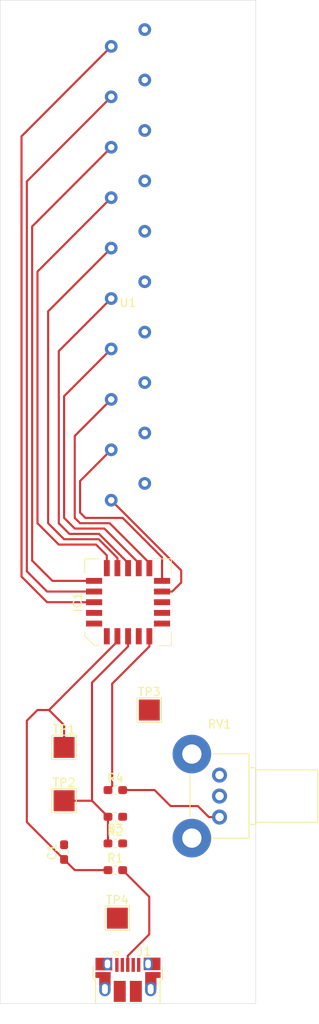
<source format=kicad_pcb>
(kicad_pcb (version 20171130) (host pcbnew "(5.1.0)-1")

  (general
    (thickness 1.6)
    (drawings 4)
    (tracks 82)
    (zones 0)
    (modules 13)
    (nets 23)
  )

  (page A4)
  (layers
    (0 F.Cu signal)
    (31 B.Cu signal)
    (32 B.Adhes user)
    (33 F.Adhes user)
    (34 B.Paste user)
    (35 F.Paste user)
    (36 B.SilkS user)
    (37 F.SilkS user)
    (38 B.Mask user)
    (39 F.Mask user)
    (40 Dwgs.User user)
    (41 Cmts.User user)
    (42 Eco1.User user)
    (43 Eco2.User user)
    (44 Edge.Cuts user)
    (45 Margin user)
    (46 B.CrtYd user)
    (47 F.CrtYd user)
    (48 B.Fab user)
    (49 F.Fab user)
  )

  (setup
    (last_trace_width 0.25)
    (trace_clearance 0.2)
    (zone_clearance 0.508)
    (zone_45_only no)
    (trace_min 0.2)
    (via_size 0.8)
    (via_drill 0.4)
    (via_min_size 0.6)
    (via_min_drill 0.3)
    (uvia_size 0.3)
    (uvia_drill 0.1)
    (uvias_allowed no)
    (uvia_min_size 0.2)
    (uvia_min_drill 0.1)
    (edge_width 0.05)
    (segment_width 0.2)
    (pcb_text_width 0.3)
    (pcb_text_size 1.5 1.5)
    (mod_edge_width 0.12)
    (mod_text_size 1 2)
    (mod_text_width 0.2)
    (pad_size 1.524 1.524)
    (pad_drill 0.762)
    (pad_to_mask_clearance 0.051)
    (solder_mask_min_width 0.25)
    (aux_axis_origin 0 0)
    (visible_elements FFFFFF7F)
    (pcbplotparams
      (layerselection 0x010fc_ffffffff)
      (usegerberextensions false)
      (usegerberattributes false)
      (usegerberadvancedattributes false)
      (creategerberjobfile false)
      (excludeedgelayer true)
      (linewidth 0.100000)
      (plotframeref false)
      (viasonmask false)
      (mode 1)
      (useauxorigin false)
      (hpglpennumber 1)
      (hpglpenspeed 20)
      (hpglpendiameter 15.000000)
      (psnegative false)
      (psa4output false)
      (plotreference true)
      (plotvalue true)
      (plotinvisibletext false)
      (padsonsilk false)
      (subtractmaskfromsilk false)
      (outputformat 1)
      (mirror false)
      (drillshape 1)
      (scaleselection 1)
      (outputdirectory ""))
  )

  (net 0 "")
  (net 1 GND)
  (net 2 "Net-(C1-Pad1)")
  (net 3 "Net-(IC1-Pad18)")
  (net 4 "Net-(IC1-Pad17)")
  (net 5 "Net-(IC1-Pad16)")
  (net 6 "Net-(IC1-Pad15)")
  (net 7 "Net-(IC1-Pad14)")
  (net 8 "Net-(IC1-Pad13)")
  (net 9 "Net-(IC1-Pad12)")
  (net 10 USB5V)
  (net 11 "Net-(IC1-Pad9)")
  (net 12 "Net-(IC1-Pad8)")
  (net 13 "Net-(IC1-Pad7)")
  (net 14 "Net-(IC1-Pad6)")
  (net 15 "Net-(IC1-Pad19)")
  (net 16 "Net-(IC1-Pad20)")
  (net 17 "Net-(IC1-Pad1)")
  (net 18 "Net-(J1-Pad4)")
  (net 19 "Net-(J1-Pad3)")
  (net 20 "Net-(J1-Pad2)")
  (net 21 "Net-(R4-Pad2)")
  (net 22 "Net-(RV1-Pad3)")

  (net_class Default "This is the default net class."
    (clearance 0.2)
    (trace_width 0.25)
    (via_dia 0.8)
    (via_drill 0.4)
    (uvia_dia 0.3)
    (uvia_drill 0.1)
    (add_net GND)
    (add_net "Net-(C1-Pad1)")
    (add_net "Net-(IC1-Pad1)")
    (add_net "Net-(IC1-Pad12)")
    (add_net "Net-(IC1-Pad13)")
    (add_net "Net-(IC1-Pad14)")
    (add_net "Net-(IC1-Pad15)")
    (add_net "Net-(IC1-Pad16)")
    (add_net "Net-(IC1-Pad17)")
    (add_net "Net-(IC1-Pad18)")
    (add_net "Net-(IC1-Pad19)")
    (add_net "Net-(IC1-Pad20)")
    (add_net "Net-(IC1-Pad6)")
    (add_net "Net-(IC1-Pad7)")
    (add_net "Net-(IC1-Pad8)")
    (add_net "Net-(IC1-Pad9)")
    (add_net "Net-(J1-Pad2)")
    (add_net "Net-(J1-Pad3)")
    (add_net "Net-(J1-Pad4)")
    (add_net "Net-(R4-Pad2)")
    (add_net "Net-(RV1-Pad3)")
  )

  (net_class Power ""
    (clearance 0.2)
    (trace_width 0.5)
    (via_dia 0.8)
    (via_drill 0.4)
    (uvia_dia 0.3)
    (uvia_drill 0.1)
    (add_net USB5V)
  )

  (module ledbar:led-bar-graph-10 (layer F.Cu) (tedit 5CB08E19) (tstamp 5CB20A48)
    (at 152.4 68.515)
    (path /5CB1C738)
    (fp_text reference U1 (at 0 0.5) (layer F.SilkS)
      (effects (font (size 1 1) (thickness 0.15)))
    )
    (fp_text value LED-Bar-Graph (at 0 -0.5) (layer F.Fab)
      (effects (font (size 1 1) (thickness 0.15)))
    )
    (pad 1 thru_hole circle (at -2 -30) (size 1.524 1.524) (drill 0.762) (layers *.Cu *.Mask)
      (net 17 "Net-(IC1-Pad1)"))
    (pad 2 thru_hole circle (at -2 -24) (size 1.524 1.524) (drill 0.762) (layers *.Cu *.Mask)
      (net 16 "Net-(IC1-Pad20)"))
    (pad 3 thru_hole circle (at -2 -18) (size 1.524 1.524) (drill 0.762) (layers *.Cu *.Mask)
      (net 15 "Net-(IC1-Pad19)"))
    (pad 4 thru_hole circle (at -2 -12) (size 1.524 1.524) (drill 0.762) (layers *.Cu *.Mask)
      (net 3 "Net-(IC1-Pad18)"))
    (pad 5 thru_hole circle (at -2 -6) (size 1.524 1.524) (drill 0.762) (layers *.Cu *.Mask)
      (net 4 "Net-(IC1-Pad17)"))
    (pad 6 thru_hole circle (at -2 0) (size 1.524 1.524) (drill 0.762) (layers *.Cu *.Mask)
      (net 5 "Net-(IC1-Pad16)"))
    (pad 7 thru_hole circle (at -2 6) (size 1.524 1.524) (drill 0.762) (layers *.Cu *.Mask)
      (net 6 "Net-(IC1-Pad15)"))
    (pad 8 thru_hole circle (at -2 12) (size 1.524 1.524) (drill 0.762) (layers *.Cu *.Mask)
      (net 7 "Net-(IC1-Pad14)"))
    (pad 9 thru_hole circle (at -2 18) (size 1.524 1.524) (drill 0.762) (layers *.Cu *.Mask)
      (net 8 "Net-(IC1-Pad13)"))
    (pad 10 thru_hole circle (at -2 24) (size 1.524 1.524) (drill 0.762) (layers *.Cu *.Mask)
      (net 9 "Net-(IC1-Pad12)"))
    (pad 11 thru_hole circle (at 2 22) (size 1.524 1.524) (drill 0.762) (layers *.Cu *.Mask)
      (net 10 USB5V))
    (pad 12 thru_hole circle (at 2 16) (size 1.524 1.524) (drill 0.762) (layers *.Cu *.Mask)
      (net 10 USB5V))
    (pad 13 thru_hole circle (at 2 10) (size 1.524 1.524) (drill 0.762) (layers *.Cu *.Mask)
      (net 10 USB5V))
    (pad 14 thru_hole circle (at 2 4) (size 1.524 1.524) (drill 0.762) (layers *.Cu *.Mask)
      (net 10 USB5V))
    (pad 15 thru_hole circle (at 2 -2) (size 1.524 1.524) (drill 0.762) (layers *.Cu *.Mask)
      (net 10 USB5V))
    (pad 16 thru_hole circle (at 2 -8) (size 1.524 1.524) (drill 0.762) (layers *.Cu *.Mask)
      (net 10 USB5V))
    (pad 17 thru_hole circle (at 2 -14) (size 1.524 1.524) (drill 0.762) (layers *.Cu *.Mask)
      (net 10 USB5V))
    (pad 18 thru_hole circle (at 2 -20) (size 1.524 1.524) (drill 0.762) (layers *.Cu *.Mask)
      (net 10 USB5V))
    (pad 19 thru_hole circle (at 2 -26) (size 1.524 1.524) (drill 0.762) (layers *.Cu *.Mask)
      (net 10 USB5V))
    (pad 20 thru_hole circle (at 2 -32) (size 1.524 1.524) (drill 0.762) (layers *.Cu *.Mask)
      (net 10 USB5V))
  )

  (module TestPoint:TestPoint_Pad_2.5x2.5mm (layer F.Cu) (tedit 5A0F774F) (tstamp 5CB20A30)
    (at 151.13 142.24)
    (descr "SMD rectangular pad as test Point, square 2.5mm side length")
    (tags "test point SMD pad rectangle square")
    (path /5CB4BC5D)
    (attr virtual)
    (fp_text reference TP4 (at 0 -2.148) (layer F.SilkS)
      (effects (font (size 1 1) (thickness 0.15)))
    )
    (fp_text value TestPoint (at 0 2.25) (layer F.Fab)
      (effects (font (size 1 1) (thickness 0.15)))
    )
    (fp_line (start 1.75 1.75) (end -1.75 1.75) (layer F.CrtYd) (width 0.05))
    (fp_line (start 1.75 1.75) (end 1.75 -1.75) (layer F.CrtYd) (width 0.05))
    (fp_line (start -1.75 -1.75) (end -1.75 1.75) (layer F.CrtYd) (width 0.05))
    (fp_line (start -1.75 -1.75) (end 1.75 -1.75) (layer F.CrtYd) (width 0.05))
    (fp_line (start -1.45 1.45) (end -1.45 -1.45) (layer F.SilkS) (width 0.12))
    (fp_line (start 1.45 1.45) (end -1.45 1.45) (layer F.SilkS) (width 0.12))
    (fp_line (start 1.45 -1.45) (end 1.45 1.45) (layer F.SilkS) (width 0.12))
    (fp_line (start -1.45 -1.45) (end 1.45 -1.45) (layer F.SilkS) (width 0.12))
    (fp_text user %R (at 0 -2.15) (layer F.Fab)
      (effects (font (size 1 1) (thickness 0.15)))
    )
    (pad 1 smd rect (at 0 0) (size 2.5 2.5) (layers F.Cu F.Mask)
      (net 10 USB5V))
  )

  (module TestPoint:TestPoint_Pad_2.5x2.5mm (layer F.Cu) (tedit 5A0F774F) (tstamp 5CB20A22)
    (at 154.94 117.475)
    (descr "SMD rectangular pad as test Point, square 2.5mm side length")
    (tags "test point SMD pad rectangle square")
    (path /5CB49DEB)
    (attr virtual)
    (fp_text reference TP3 (at 0 -2.148) (layer F.SilkS)
      (effects (font (size 1 1) (thickness 0.15)))
    )
    (fp_text value TestPoint (at 0 2.25) (layer F.Fab)
      (effects (font (size 1 1) (thickness 0.15)))
    )
    (fp_line (start 1.75 1.75) (end -1.75 1.75) (layer F.CrtYd) (width 0.05))
    (fp_line (start 1.75 1.75) (end 1.75 -1.75) (layer F.CrtYd) (width 0.05))
    (fp_line (start -1.75 -1.75) (end -1.75 1.75) (layer F.CrtYd) (width 0.05))
    (fp_line (start -1.75 -1.75) (end 1.75 -1.75) (layer F.CrtYd) (width 0.05))
    (fp_line (start -1.45 1.45) (end -1.45 -1.45) (layer F.SilkS) (width 0.12))
    (fp_line (start 1.45 1.45) (end -1.45 1.45) (layer F.SilkS) (width 0.12))
    (fp_line (start 1.45 -1.45) (end 1.45 1.45) (layer F.SilkS) (width 0.12))
    (fp_line (start -1.45 -1.45) (end 1.45 -1.45) (layer F.SilkS) (width 0.12))
    (fp_text user %R (at 0 -2.15) (layer F.Fab)
      (effects (font (size 1 1) (thickness 0.15)))
    )
    (pad 1 smd rect (at 0 0) (size 2.5 2.5) (layers F.Cu F.Mask)
      (net 1 GND))
  )

  (module TestPoint:TestPoint_Pad_2.5x2.5mm (layer F.Cu) (tedit 5A0F774F) (tstamp 5CB20A14)
    (at 144.78 128.27)
    (descr "SMD rectangular pad as test Point, square 2.5mm side length")
    (tags "test point SMD pad rectangle square")
    (path /5CB4A9C4)
    (attr virtual)
    (fp_text reference TP2 (at 0 -2.148) (layer F.SilkS)
      (effects (font (size 1 1) (thickness 0.15)))
    )
    (fp_text value TestPoint (at 0 2.25) (layer F.Fab)
      (effects (font (size 1 1) (thickness 0.15)))
    )
    (fp_line (start 1.75 1.75) (end -1.75 1.75) (layer F.CrtYd) (width 0.05))
    (fp_line (start 1.75 1.75) (end 1.75 -1.75) (layer F.CrtYd) (width 0.05))
    (fp_line (start -1.75 -1.75) (end -1.75 1.75) (layer F.CrtYd) (width 0.05))
    (fp_line (start -1.75 -1.75) (end 1.75 -1.75) (layer F.CrtYd) (width 0.05))
    (fp_line (start -1.45 1.45) (end -1.45 -1.45) (layer F.SilkS) (width 0.12))
    (fp_line (start 1.45 1.45) (end -1.45 1.45) (layer F.SilkS) (width 0.12))
    (fp_line (start 1.45 -1.45) (end 1.45 1.45) (layer F.SilkS) (width 0.12))
    (fp_line (start -1.45 -1.45) (end 1.45 -1.45) (layer F.SilkS) (width 0.12))
    (fp_text user %R (at 0 -2.15) (layer F.Fab)
      (effects (font (size 1 1) (thickness 0.15)))
    )
    (pad 1 smd rect (at 0 0) (size 2.5 2.5) (layers F.Cu F.Mask)
      (net 14 "Net-(IC1-Pad6)"))
  )

  (module TestPoint:TestPoint_Pad_2.5x2.5mm (layer F.Cu) (tedit 5A0F774F) (tstamp 5CB20A06)
    (at 144.78 121.92)
    (descr "SMD rectangular pad as test Point, square 2.5mm side length")
    (tags "test point SMD pad rectangle square")
    (path /5CB49173)
    (attr virtual)
    (fp_text reference TP1 (at 0 -2.148) (layer F.SilkS)
      (effects (font (size 1 1) (thickness 0.15)))
    )
    (fp_text value TestPoint (at 0 2.25) (layer F.Fab)
      (effects (font (size 1 1) (thickness 0.15)))
    )
    (fp_line (start 1.75 1.75) (end -1.75 1.75) (layer F.CrtYd) (width 0.05))
    (fp_line (start 1.75 1.75) (end 1.75 -1.75) (layer F.CrtYd) (width 0.05))
    (fp_line (start -1.75 -1.75) (end -1.75 1.75) (layer F.CrtYd) (width 0.05))
    (fp_line (start -1.75 -1.75) (end 1.75 -1.75) (layer F.CrtYd) (width 0.05))
    (fp_line (start -1.45 1.45) (end -1.45 -1.45) (layer F.SilkS) (width 0.12))
    (fp_line (start 1.45 1.45) (end -1.45 1.45) (layer F.SilkS) (width 0.12))
    (fp_line (start 1.45 -1.45) (end 1.45 1.45) (layer F.SilkS) (width 0.12))
    (fp_line (start -1.45 -1.45) (end 1.45 -1.45) (layer F.SilkS) (width 0.12))
    (fp_text user %R (at 0 -2.15) (layer F.Fab)
      (effects (font (size 1 1) (thickness 0.15)))
    )
    (pad 1 smd rect (at 0 0) (size 2.5 2.5) (layers F.Cu F.Mask)
      (net 2 "Net-(C1-Pad1)"))
  )

  (module Potentiometer_THT:Potentiometer_Alps_RK09K_Single_Horizontal (layer F.Cu) (tedit 5A3D4993) (tstamp 5CB209F8)
    (at 163.32 130.215)
    (descr "Potentiometer, horizontal, Alps RK09K Single, http://www.alps.com/prod/info/E/HTML/Potentiometer/RotaryPotentiometers/RK09K/RK09K_list.html")
    (tags "Potentiometer horizontal Alps RK09K Single")
    (path /5CB3E8E2)
    (fp_text reference RV1 (at 0 -11.05) (layer F.SilkS)
      (effects (font (size 1 1) (thickness 0.15)))
    )
    (fp_text value R_POT (at 0 6.05) (layer F.Fab)
      (effects (font (size 1 1) (thickness 0.15)))
    )
    (fp_line (start -3.4 -7.4) (end -3.4 2.4) (layer F.Fab) (width 0.1))
    (fp_line (start -3.4 2.4) (end 3.4 2.4) (layer F.Fab) (width 0.1))
    (fp_line (start 3.4 2.4) (end 3.4 -7.4) (layer F.Fab) (width 0.1))
    (fp_line (start 3.4 -7.4) (end -3.4 -7.4) (layer F.Fab) (width 0.1))
    (fp_line (start 3.4 -5.75) (end 3.4 0.75) (layer F.Fab) (width 0.1))
    (fp_line (start 3.4 0.75) (end 4.2 0.75) (layer F.Fab) (width 0.1))
    (fp_line (start 4.2 0.75) (end 4.2 -5.75) (layer F.Fab) (width 0.1))
    (fp_line (start 4.2 -5.75) (end 3.4 -5.75) (layer F.Fab) (width 0.1))
    (fp_line (start 4.2 -5.5) (end 4.2 0.5) (layer F.Fab) (width 0.1))
    (fp_line (start 4.2 0.5) (end 11.6 0.5) (layer F.Fab) (width 0.1))
    (fp_line (start 11.6 0.5) (end 11.6 -5.5) (layer F.Fab) (width 0.1))
    (fp_line (start 11.6 -5.5) (end 4.2 -5.5) (layer F.Fab) (width 0.1))
    (fp_line (start -0.745 -7.521) (end 3.52 -7.521) (layer F.SilkS) (width 0.12))
    (fp_line (start -0.745 2.52) (end 3.52 2.52) (layer F.SilkS) (width 0.12))
    (fp_line (start -3.52 -4.944) (end -3.52 -0.055) (layer F.SilkS) (width 0.12))
    (fp_line (start 3.52 -7.521) (end 3.52 2.52) (layer F.SilkS) (width 0.12))
    (fp_line (start 3.52 -5.87) (end 4.32 -5.87) (layer F.SilkS) (width 0.12))
    (fp_line (start 3.52 0.87) (end 4.32 0.87) (layer F.SilkS) (width 0.12))
    (fp_line (start 3.52 -5.87) (end 3.52 0.87) (layer F.SilkS) (width 0.12))
    (fp_line (start 4.32 -5.87) (end 4.32 0.87) (layer F.SilkS) (width 0.12))
    (fp_line (start 4.32 -5.62) (end 11.72 -5.62) (layer F.SilkS) (width 0.12))
    (fp_line (start 4.32 0.62) (end 11.72 0.62) (layer F.SilkS) (width 0.12))
    (fp_line (start 4.32 -5.62) (end 4.32 0.62) (layer F.SilkS) (width 0.12))
    (fp_line (start 11.72 -5.62) (end 11.72 0.62) (layer F.SilkS) (width 0.12))
    (fp_line (start -5.85 -10.05) (end -5.85 5.1) (layer F.CrtYd) (width 0.05))
    (fp_line (start -5.85 5.1) (end 11.85 5.1) (layer F.CrtYd) (width 0.05))
    (fp_line (start 11.85 5.1) (end 11.85 -10.05) (layer F.CrtYd) (width 0.05))
    (fp_line (start 11.85 -10.05) (end -5.85 -10.05) (layer F.CrtYd) (width 0.05))
    (fp_text user %R (at 0 -2.5) (layer F.Fab)
      (effects (font (size 1 1) (thickness 0.15)))
    )
    (pad 3 thru_hole circle (at 0 -5) (size 1.8 1.8) (drill 1) (layers *.Cu *.Mask)
      (net 22 "Net-(RV1-Pad3)"))
    (pad 2 thru_hole circle (at 0 -2.5) (size 1.8 1.8) (drill 1) (layers *.Cu *.Mask)
      (net 1 GND))
    (pad 1 thru_hole circle (at 0 0) (size 1.8 1.8) (drill 1) (layers *.Cu *.Mask)
      (net 21 "Net-(R4-Pad2)"))
    (pad "" thru_hole circle (at -3.3 -7.5) (size 4.6 4.6) (drill 2.3) (layers *.Cu *.Mask))
    (pad "" thru_hole circle (at -3.3 2.5) (size 4.6 4.6) (drill 2.3) (layers *.Cu *.Mask))
    (model ${KISYS3DMOD}/Potentiometer_THT.3dshapes/Potentiometer_Alps_RK09K_Single_Horizontal.wrl
      (at (xyz 0 0 0))
      (scale (xyz 1 1 1))
      (rotate (xyz 0 0 0))
    )
  )

  (module Resistor_SMD:R_0603_1608Metric_Pad1.05x0.95mm_HandSolder (layer F.Cu) (tedit 5B301BBD) (tstamp 5CB209D2)
    (at 150.89 127)
    (descr "Resistor SMD 0603 (1608 Metric), square (rectangular) end terminal, IPC_7351 nominal with elongated pad for handsoldering. (Body size source: http://www.tortai-tech.com/upload/download/2011102023233369053.pdf), generated with kicad-footprint-generator")
    (tags "resistor handsolder")
    (path /5CB44C34)
    (attr smd)
    (fp_text reference R4 (at 0 -1.43) (layer F.SilkS)
      (effects (font (size 1 1) (thickness 0.15)))
    )
    (fp_text value 1.6k (at 0 1.43) (layer F.Fab)
      (effects (font (size 1 1) (thickness 0.15)))
    )
    (fp_text user %R (at 0 0) (layer F.Fab)
      (effects (font (size 0.4 0.4) (thickness 0.06)))
    )
    (fp_line (start 1.65 0.73) (end -1.65 0.73) (layer F.CrtYd) (width 0.05))
    (fp_line (start 1.65 -0.73) (end 1.65 0.73) (layer F.CrtYd) (width 0.05))
    (fp_line (start -1.65 -0.73) (end 1.65 -0.73) (layer F.CrtYd) (width 0.05))
    (fp_line (start -1.65 0.73) (end -1.65 -0.73) (layer F.CrtYd) (width 0.05))
    (fp_line (start -0.171267 0.51) (end 0.171267 0.51) (layer F.SilkS) (width 0.12))
    (fp_line (start -0.171267 -0.51) (end 0.171267 -0.51) (layer F.SilkS) (width 0.12))
    (fp_line (start 0.8 0.4) (end -0.8 0.4) (layer F.Fab) (width 0.1))
    (fp_line (start 0.8 -0.4) (end 0.8 0.4) (layer F.Fab) (width 0.1))
    (fp_line (start -0.8 -0.4) (end 0.8 -0.4) (layer F.Fab) (width 0.1))
    (fp_line (start -0.8 0.4) (end -0.8 -0.4) (layer F.Fab) (width 0.1))
    (pad 2 smd roundrect (at 0.875 0) (size 1.05 0.95) (layers F.Cu F.Paste F.Mask) (roundrect_rratio 0.25)
      (net 21 "Net-(R4-Pad2)"))
    (pad 1 smd roundrect (at -0.875 0) (size 1.05 0.95) (layers F.Cu F.Paste F.Mask) (roundrect_rratio 0.25)
      (net 12 "Net-(IC1-Pad8)"))
    (model ${KISYS3DMOD}/Resistor_SMD.3dshapes/R_0603_1608Metric.wrl
      (at (xyz 0 0 0))
      (scale (xyz 1 1 1))
      (rotate (xyz 0 0 0))
    )
  )

  (module Resistor_SMD:R_0603_1608Metric_Pad1.05x0.95mm_HandSolder (layer F.Cu) (tedit 5B301BBD) (tstamp 5CB209C1)
    (at 150.89 130.175 180)
    (descr "Resistor SMD 0603 (1608 Metric), square (rectangular) end terminal, IPC_7351 nominal with elongated pad for handsoldering. (Body size source: http://www.tortai-tech.com/upload/download/2011102023233369053.pdf), generated with kicad-footprint-generator")
    (tags "resistor handsolder")
    (path /5CB207DE)
    (attr smd)
    (fp_text reference R3 (at 0 -1.43 180) (layer F.SilkS)
      (effects (font (size 1 1) (thickness 0.15)))
    )
    (fp_text value 16k (at 0 1.43 180) (layer F.Fab)
      (effects (font (size 1 1) (thickness 0.15)))
    )
    (fp_text user %R (at 0 0 180) (layer F.Fab)
      (effects (font (size 0.4 0.4) (thickness 0.06)))
    )
    (fp_line (start 1.65 0.73) (end -1.65 0.73) (layer F.CrtYd) (width 0.05))
    (fp_line (start 1.65 -0.73) (end 1.65 0.73) (layer F.CrtYd) (width 0.05))
    (fp_line (start -1.65 -0.73) (end 1.65 -0.73) (layer F.CrtYd) (width 0.05))
    (fp_line (start -1.65 0.73) (end -1.65 -0.73) (layer F.CrtYd) (width 0.05))
    (fp_line (start -0.171267 0.51) (end 0.171267 0.51) (layer F.SilkS) (width 0.12))
    (fp_line (start -0.171267 -0.51) (end 0.171267 -0.51) (layer F.SilkS) (width 0.12))
    (fp_line (start 0.8 0.4) (end -0.8 0.4) (layer F.Fab) (width 0.1))
    (fp_line (start 0.8 -0.4) (end 0.8 0.4) (layer F.Fab) (width 0.1))
    (fp_line (start -0.8 -0.4) (end 0.8 -0.4) (layer F.Fab) (width 0.1))
    (fp_line (start -0.8 0.4) (end -0.8 -0.4) (layer F.Fab) (width 0.1))
    (pad 2 smd roundrect (at 0.875 0 180) (size 1.05 0.95) (layers F.Cu F.Paste F.Mask) (roundrect_rratio 0.25)
      (net 14 "Net-(IC1-Pad6)"))
    (pad 1 smd roundrect (at -0.875 0 180) (size 1.05 0.95) (layers F.Cu F.Paste F.Mask) (roundrect_rratio 0.25)
      (net 1 GND))
    (model ${KISYS3DMOD}/Resistor_SMD.3dshapes/R_0603_1608Metric.wrl
      (at (xyz 0 0 0))
      (scale (xyz 1 1 1))
      (rotate (xyz 0 0 0))
    )
  )

  (module Resistor_SMD:R_0603_1608Metric_Pad1.05x0.95mm_HandSolder (layer F.Cu) (tedit 5B301BBD) (tstamp 5CB209B0)
    (at 150.89 133.35)
    (descr "Resistor SMD 0603 (1608 Metric), square (rectangular) end terminal, IPC_7351 nominal with elongated pad for handsoldering. (Body size source: http://www.tortai-tech.com/upload/download/2011102023233369053.pdf), generated with kicad-footprint-generator")
    (tags "resistor handsolder")
    (path /5CB1FF5B)
    (attr smd)
    (fp_text reference R2 (at 0 -1.43) (layer F.SilkS)
      (effects (font (size 1 1) (thickness 0.15)))
    )
    (fp_text value 10k (at 0 1.43) (layer F.Fab)
      (effects (font (size 1 1) (thickness 0.15)))
    )
    (fp_text user %R (at 0 0) (layer F.Fab)
      (effects (font (size 0.4 0.4) (thickness 0.06)))
    )
    (fp_line (start 1.65 0.73) (end -1.65 0.73) (layer F.CrtYd) (width 0.05))
    (fp_line (start 1.65 -0.73) (end 1.65 0.73) (layer F.CrtYd) (width 0.05))
    (fp_line (start -1.65 -0.73) (end 1.65 -0.73) (layer F.CrtYd) (width 0.05))
    (fp_line (start -1.65 0.73) (end -1.65 -0.73) (layer F.CrtYd) (width 0.05))
    (fp_line (start -0.171267 0.51) (end 0.171267 0.51) (layer F.SilkS) (width 0.12))
    (fp_line (start -0.171267 -0.51) (end 0.171267 -0.51) (layer F.SilkS) (width 0.12))
    (fp_line (start 0.8 0.4) (end -0.8 0.4) (layer F.Fab) (width 0.1))
    (fp_line (start 0.8 -0.4) (end 0.8 0.4) (layer F.Fab) (width 0.1))
    (fp_line (start -0.8 -0.4) (end 0.8 -0.4) (layer F.Fab) (width 0.1))
    (fp_line (start -0.8 0.4) (end -0.8 -0.4) (layer F.Fab) (width 0.1))
    (pad 2 smd roundrect (at 0.875 0) (size 1.05 0.95) (layers F.Cu F.Paste F.Mask) (roundrect_rratio 0.25)
      (net 10 USB5V))
    (pad 1 smd roundrect (at -0.875 0) (size 1.05 0.95) (layers F.Cu F.Paste F.Mask) (roundrect_rratio 0.25)
      (net 14 "Net-(IC1-Pad6)"))
    (model ${KISYS3DMOD}/Resistor_SMD.3dshapes/R_0603_1608Metric.wrl
      (at (xyz 0 0 0))
      (scale (xyz 1 1 1))
      (rotate (xyz 0 0 0))
    )
  )

  (module Resistor_SMD:R_0603_1608Metric_Pad1.05x0.95mm_HandSolder (layer F.Cu) (tedit 5B301BBD) (tstamp 5CB2099F)
    (at 150.89 136.525)
    (descr "Resistor SMD 0603 (1608 Metric), square (rectangular) end terminal, IPC_7351 nominal with elongated pad for handsoldering. (Body size source: http://www.tortai-tech.com/upload/download/2011102023233369053.pdf), generated with kicad-footprint-generator")
    (tags "resistor handsolder")
    (path /5CB26FC5)
    (attr smd)
    (fp_text reference R1 (at 0 -1.43) (layer F.SilkS)
      (effects (font (size 1 1) (thickness 0.15)))
    )
    (fp_text value 10k (at 0 1.43) (layer F.Fab)
      (effects (font (size 1 1) (thickness 0.15)))
    )
    (fp_text user %R (at 0 0) (layer F.Fab)
      (effects (font (size 0.4 0.4) (thickness 0.06)))
    )
    (fp_line (start 1.65 0.73) (end -1.65 0.73) (layer F.CrtYd) (width 0.05))
    (fp_line (start 1.65 -0.73) (end 1.65 0.73) (layer F.CrtYd) (width 0.05))
    (fp_line (start -1.65 -0.73) (end 1.65 -0.73) (layer F.CrtYd) (width 0.05))
    (fp_line (start -1.65 0.73) (end -1.65 -0.73) (layer F.CrtYd) (width 0.05))
    (fp_line (start -0.171267 0.51) (end 0.171267 0.51) (layer F.SilkS) (width 0.12))
    (fp_line (start -0.171267 -0.51) (end 0.171267 -0.51) (layer F.SilkS) (width 0.12))
    (fp_line (start 0.8 0.4) (end -0.8 0.4) (layer F.Fab) (width 0.1))
    (fp_line (start 0.8 -0.4) (end 0.8 0.4) (layer F.Fab) (width 0.1))
    (fp_line (start -0.8 -0.4) (end 0.8 -0.4) (layer F.Fab) (width 0.1))
    (fp_line (start -0.8 0.4) (end -0.8 -0.4) (layer F.Fab) (width 0.1))
    (pad 2 smd roundrect (at 0.875 0) (size 1.05 0.95) (layers F.Cu F.Paste F.Mask) (roundrect_rratio 0.25)
      (net 19 "Net-(J1-Pad3)"))
    (pad 1 smd roundrect (at -0.875 0) (size 1.05 0.95) (layers F.Cu F.Paste F.Mask) (roundrect_rratio 0.25)
      (net 2 "Net-(C1-Pad1)"))
    (model ${KISYS3DMOD}/Resistor_SMD.3dshapes/R_0603_1608Metric.wrl
      (at (xyz 0 0 0))
      (scale (xyz 1 1 1))
      (rotate (xyz 0 0 0))
    )
  )

  (module Connector_USB:USB_Micro-B_Amphenol_10103594-0001LF_Horizontal (layer F.Cu) (tedit 5A1DC0BD) (tstamp 5CB2098E)
    (at 152.4 149.5679)
    (descr "Micro USB Type B 10103594-0001LF, http://cdn.amphenol-icc.com/media/wysiwyg/files/drawing/10103594.pdf")
    (tags "USB USB_B USB_micro USB_OTG")
    (path /5CB1A6C7)
    (attr smd)
    (fp_text reference J1 (at 1.925 -3.365) (layer F.SilkS)
      (effects (font (size 1 1) (thickness 0.15)))
    )
    (fp_text value USB_B_Micro (at -0.025 4.435) (layer F.Fab)
      (effects (font (size 1 1) (thickness 0.15)))
    )
    (fp_line (start 4.14 3.58) (end -4.13 3.58) (layer F.CrtYd) (width 0.05))
    (fp_line (start 4.14 3.58) (end 4.14 -2.88) (layer F.CrtYd) (width 0.05))
    (fp_line (start -4.13 -2.88) (end -4.13 3.58) (layer F.CrtYd) (width 0.05))
    (fp_line (start -4.13 -2.88) (end 4.14 -2.88) (layer F.CrtYd) (width 0.05))
    (fp_line (start -4.025 2.835) (end 3.975 2.835) (layer Dwgs.User) (width 0.1))
    (fp_line (start -3.775 3.335) (end -3.775 -0.865) (layer F.Fab) (width 0.12))
    (fp_line (start -2.975 -1.615) (end 3.725 -1.615) (layer F.Fab) (width 0.12))
    (fp_line (start 3.725 -1.615) (end 3.725 3.335) (layer F.Fab) (width 0.12))
    (fp_line (start 3.725 3.335) (end -3.775 3.335) (layer F.Fab) (width 0.12))
    (fp_line (start -3.775 -0.865) (end -2.975 -1.615) (layer F.Fab) (width 0.12))
    (fp_line (start -1.325 -2.865) (end -1.725 -3.315) (layer F.SilkS) (width 0.12))
    (fp_line (start -1.725 -3.315) (end -0.925 -3.315) (layer F.SilkS) (width 0.12))
    (fp_line (start -0.925 -3.315) (end -1.325 -2.865) (layer F.SilkS) (width 0.12))
    (fp_line (start 3.825 2.735) (end 3.825 -0.065) (layer F.SilkS) (width 0.12))
    (fp_line (start 3.825 -0.065) (end 4.125 -0.065) (layer F.SilkS) (width 0.12))
    (fp_line (start 4.125 -0.065) (end 4.125 -1.615) (layer F.SilkS) (width 0.12))
    (fp_line (start -3.875 2.735) (end -3.875 -0.065) (layer F.SilkS) (width 0.12))
    (fp_line (start -4.175 -0.065) (end -3.875 -0.065) (layer F.SilkS) (width 0.12))
    (fp_line (start -4.175 -0.065) (end -4.175 -1.615) (layer F.SilkS) (width 0.12))
    (fp_text user %R (at -0.025 -0.015) (layer F.Fab)
      (effects (font (size 1 1) (thickness 0.15)))
    )
    (fp_text user "PCB edge" (at -0.025 2.235) (layer Dwgs.User)
      (effects (font (size 0.5 0.5) (thickness 0.075)))
    )
    (pad 6 smd rect (at 0.935 1.385 90) (size 2.5 1.43) (layers F.Cu F.Paste F.Mask)
      (net 1 GND))
    (pad 6 smd rect (at -0.985 1.385 90) (size 2.5 1.43) (layers F.Cu F.Paste F.Mask)
      (net 1 GND))
    (pad 6 thru_hole oval (at 2.705 1.115 90) (size 1.7 1.35) (drill oval 1.2 0.7) (layers *.Cu *.Mask)
      (net 1 GND))
    (pad 6 thru_hole oval (at -2.755 1.115 90) (size 1.7 1.35) (drill oval 1.2 0.7) (layers *.Cu *.Mask)
      (net 1 GND))
    (pad 6 thru_hole oval (at 2.395 -1.885 90) (size 1.5 1.1) (drill oval 1.05 0.65) (layers *.Cu *.Mask)
      (net 1 GND))
    (pad 6 thru_hole oval (at -2.445 -1.885 90) (size 1.5 1.1) (drill oval 1.05 0.65) (layers *.Cu *.Mask)
      (net 1 GND))
    (pad 5 smd rect (at 1.275 -1.765 90) (size 1.65 0.4) (layers F.Cu F.Paste F.Mask)
      (net 1 GND))
    (pad 4 smd rect (at 0.625 -1.765 90) (size 1.65 0.4) (layers F.Cu F.Paste F.Mask)
      (net 18 "Net-(J1-Pad4)"))
    (pad 3 smd rect (at -0.025 -1.765 90) (size 1.65 0.4) (layers F.Cu F.Paste F.Mask)
      (net 19 "Net-(J1-Pad3)"))
    (pad 2 smd rect (at -0.675 -1.765 90) (size 1.65 0.4) (layers F.Cu F.Paste F.Mask)
      (net 20 "Net-(J1-Pad2)"))
    (pad 1 smd rect (at -1.325 -1.765 90) (size 1.65 0.4) (layers F.Cu F.Paste F.Mask)
      (net 10 USB5V))
    (pad 6 smd rect (at 2.875 -1.885) (size 2 1.5) (layers F.Cu F.Paste F.Mask)
      (net 1 GND))
    (pad 6 smd rect (at -2.875 -1.865) (size 2 1.5) (layers F.Cu F.Paste F.Mask)
      (net 1 GND))
    (pad 6 smd rect (at 2.975 -0.565) (size 1.825 0.7) (layers F.Cu F.Paste F.Mask)
      (net 1 GND))
    (pad 6 smd rect (at -2.975 -0.565) (size 1.825 0.7) (layers F.Cu F.Paste F.Mask)
      (net 1 GND))
    (pad 6 smd rect (at -2.755 0.185) (size 1.35 2) (layers F.Cu F.Paste F.Mask)
      (net 1 GND))
    (pad 6 smd rect (at 2.725 0.185) (size 1.35 2) (layers F.Cu F.Paste F.Mask)
      (net 1 GND))
    (model ${KISYS3DMOD}/Connector_USB.3dshapes/USB_Micro-B_Amphenol_10103594-0001LF_Horizontal.wrl
      (at (xyz 0 0 0))
      (scale (xyz 1 1 1))
      (rotate (xyz 0 0 0))
    )
  )

  (module Package_LCC:PLCC-20 (layer F.Cu) (tedit 5A02ECC8) (tstamp 5CB20964)
    (at 152.4115 104.648 90)
    (descr "PLCC, 20 pins, surface mount")
    (tags "plcc smt")
    (path /5CB1B129)
    (attr smd)
    (fp_text reference IC1 (at 0 -6.015 90) (layer F.SilkS)
      (effects (font (size 1 1) (thickness 0.15)))
    )
    (fp_text value LM3914VX_NOPB (at 0 6.015 90) (layer F.Fab)
      (effects (font (size 1 1) (thickness 0.15)))
    )
    (fp_text user %R (at 0 0 90) (layer F.Fab)
      (effects (font (size 1 1) (thickness 0.15)))
    )
    (fp_line (start 5.165 5.165) (end 5.165 3.515) (layer F.SilkS) (width 0.1))
    (fp_line (start 3.515 5.165) (end 5.165 5.165) (layer F.SilkS) (width 0.1))
    (fp_line (start -5.165 5.165) (end -5.165 3.515) (layer F.SilkS) (width 0.1))
    (fp_line (start -3.515 5.165) (end -5.165 5.165) (layer F.SilkS) (width 0.1))
    (fp_line (start 5.165 -5.165) (end 5.165 -3.515) (layer F.SilkS) (width 0.1))
    (fp_line (start 3.515 -5.165) (end 5.165 -5.165) (layer F.SilkS) (width 0.1))
    (fp_line (start -5.165 -4.015) (end -5.165 -3.515) (layer F.SilkS) (width 0.1))
    (fp_line (start -4.015 -5.165) (end -5.165 -4.015) (layer F.SilkS) (width 0.1))
    (fp_line (start -3.515 -5.165) (end -4.015 -5.165) (layer F.SilkS) (width 0.1))
    (fp_line (start 0 -4.015) (end 0.5 -5.015) (layer F.Fab) (width 0.1))
    (fp_line (start -0.5 -5.015) (end 0 -4.015) (layer F.Fab) (width 0.1))
    (fp_line (start 5.5 -5.5) (end -5.5 -5.5) (layer F.CrtYd) (width 0.05))
    (fp_line (start 5.5 5.5) (end 5.5 -5.5) (layer F.CrtYd) (width 0.05))
    (fp_line (start -5.5 5.5) (end 5.5 5.5) (layer F.CrtYd) (width 0.05))
    (fp_line (start -5.5 -5.5) (end -5.5 5.5) (layer F.CrtYd) (width 0.05))
    (fp_line (start 5.015 -5.015) (end -4.015 -5.015) (layer F.Fab) (width 0.1))
    (fp_line (start 5.015 5.015) (end 5.015 -5.015) (layer F.Fab) (width 0.1))
    (fp_line (start -5.015 5.015) (end 5.015 5.015) (layer F.Fab) (width 0.1))
    (fp_line (start -5.015 -4.015) (end -5.015 5.015) (layer F.Fab) (width 0.1))
    (fp_line (start -4.015 -5.015) (end -5.015 -4.015) (layer F.Fab) (width 0.1))
    (pad 18 smd rect (at 4.0525 -2.54 90) (size 1.925 0.7) (layers F.Cu F.Paste F.Mask)
      (net 3 "Net-(IC1-Pad18)"))
    (pad 17 smd rect (at 4.0525 -1.27 90) (size 1.925 0.7) (layers F.Cu F.Paste F.Mask)
      (net 4 "Net-(IC1-Pad17)"))
    (pad 16 smd rect (at 4.0525 0 90) (size 1.925 0.7) (layers F.Cu F.Paste F.Mask)
      (net 5 "Net-(IC1-Pad16)"))
    (pad 15 smd rect (at 4.0525 1.27 90) (size 1.925 0.7) (layers F.Cu F.Paste F.Mask)
      (net 6 "Net-(IC1-Pad15)"))
    (pad 14 smd rect (at 4.0525 2.54 90) (size 1.925 0.7) (layers F.Cu F.Paste F.Mask)
      (net 7 "Net-(IC1-Pad14)"))
    (pad 13 smd rect (at 2.54 4.0525 90) (size 0.7 1.925) (layers F.Cu F.Paste F.Mask)
      (net 8 "Net-(IC1-Pad13)"))
    (pad 12 smd rect (at 1.27 4.0525 90) (size 0.7 1.925) (layers F.Cu F.Paste F.Mask)
      (net 9 "Net-(IC1-Pad12)"))
    (pad 11 smd rect (at 0 4.0525 90) (size 0.7 1.925) (layers F.Cu F.Paste F.Mask)
      (net 10 USB5V))
    (pad 10 smd rect (at -1.27 4.0525 90) (size 0.7 1.925) (layers F.Cu F.Paste F.Mask)
      (net 1 GND))
    (pad 9 smd rect (at -2.54 4.0525 90) (size 0.7 1.925) (layers F.Cu F.Paste F.Mask)
      (net 11 "Net-(IC1-Pad9)"))
    (pad 8 smd rect (at -4.0525 2.54 90) (size 1.925 0.7) (layers F.Cu F.Paste F.Mask)
      (net 12 "Net-(IC1-Pad8)"))
    (pad 7 smd rect (at -4.0525 1.27 90) (size 1.925 0.7) (layers F.Cu F.Paste F.Mask)
      (net 13 "Net-(IC1-Pad7)"))
    (pad 6 smd rect (at -4.0525 0 90) (size 1.925 0.7) (layers F.Cu F.Paste F.Mask)
      (net 14 "Net-(IC1-Pad6)"))
    (pad 5 smd rect (at -4.0525 -1.27 90) (size 1.925 0.7) (layers F.Cu F.Paste F.Mask)
      (net 2 "Net-(C1-Pad1)"))
    (pad 4 smd rect (at -4.0525 -2.54 90) (size 1.925 0.7) (layers F.Cu F.Paste F.Mask)
      (net 1 GND))
    (pad 19 smd rect (at 2.54 -4.0525 90) (size 0.7 1.925) (layers F.Cu F.Paste F.Mask)
      (net 15 "Net-(IC1-Pad19)"))
    (pad 20 smd rect (at 1.27 -4.0525 90) (size 0.7 1.925) (layers F.Cu F.Paste F.Mask)
      (net 16 "Net-(IC1-Pad20)"))
    (pad 3 smd rect (at -2.54 -4.0525 90) (size 0.7 1.925) (layers F.Cu F.Paste F.Mask)
      (net 10 USB5V))
    (pad 2 smd rect (at -1.27 -4.0525 90) (size 0.7 1.925) (layers F.Cu F.Paste F.Mask)
      (net 1 GND))
    (pad 1 smd rect (at 0 -4.0525 90) (size 0.7 1.925) (layers F.Cu F.Paste F.Mask)
      (net 17 "Net-(IC1-Pad1)"))
    (model ${KISYS3DMOD}/Package_LCC.3dshapes/PLCC-20.wrl
      (at (xyz 0 0 0))
      (scale (xyz 1 1 1))
      (rotate (xyz 0 0 0))
    )
  )

  (module Capacitor_SMD:C_0603_1608Metric_Pad1.05x0.95mm_HandSolder (layer F.Cu) (tedit 5B301BBE) (tstamp 5CB20937)
    (at 144.78 134.38 90)
    (descr "Capacitor SMD 0603 (1608 Metric), square (rectangular) end terminal, IPC_7351 nominal with elongated pad for handsoldering. (Body size source: http://www.tortai-tech.com/upload/download/2011102023233369053.pdf), generated with kicad-footprint-generator")
    (tags "capacitor handsolder")
    (path /5CB23D04)
    (attr smd)
    (fp_text reference C1 (at 0 -1.43 90) (layer F.SilkS)
      (effects (font (size 1 1) (thickness 0.15)))
    )
    (fp_text value 22u (at 0 1.43 90) (layer F.Fab)
      (effects (font (size 1 1) (thickness 0.15)))
    )
    (fp_text user %R (at 0 0 90) (layer F.Fab)
      (effects (font (size 0.4 0.4) (thickness 0.06)))
    )
    (fp_line (start 1.65 0.73) (end -1.65 0.73) (layer F.CrtYd) (width 0.05))
    (fp_line (start 1.65 -0.73) (end 1.65 0.73) (layer F.CrtYd) (width 0.05))
    (fp_line (start -1.65 -0.73) (end 1.65 -0.73) (layer F.CrtYd) (width 0.05))
    (fp_line (start -1.65 0.73) (end -1.65 -0.73) (layer F.CrtYd) (width 0.05))
    (fp_line (start -0.171267 0.51) (end 0.171267 0.51) (layer F.SilkS) (width 0.12))
    (fp_line (start -0.171267 -0.51) (end 0.171267 -0.51) (layer F.SilkS) (width 0.12))
    (fp_line (start 0.8 0.4) (end -0.8 0.4) (layer F.Fab) (width 0.1))
    (fp_line (start 0.8 -0.4) (end 0.8 0.4) (layer F.Fab) (width 0.1))
    (fp_line (start -0.8 -0.4) (end 0.8 -0.4) (layer F.Fab) (width 0.1))
    (fp_line (start -0.8 0.4) (end -0.8 -0.4) (layer F.Fab) (width 0.1))
    (pad 2 smd roundrect (at 0.875 0 90) (size 1.05 0.95) (layers F.Cu F.Paste F.Mask) (roundrect_rratio 0.25)
      (net 1 GND))
    (pad 1 smd roundrect (at -0.875 0 90) (size 1.05 0.95) (layers F.Cu F.Paste F.Mask) (roundrect_rratio 0.25)
      (net 2 "Net-(C1-Pad1)"))
    (model ${KISYS3DMOD}/Capacitor_SMD.3dshapes/C_0603_1608Metric.wrl
      (at (xyz 0 0 0))
      (scale (xyz 1 1 1))
      (rotate (xyz 0 0 0))
    )
  )

  (gr_line (start 167.64 33.02) (end 167.64 152.4) (layer Edge.Cuts) (width 0.05) (tstamp 5CB2255D))
  (gr_line (start 137.16 33.02) (end 167.64 33.02) (layer Edge.Cuts) (width 0.05))
  (gr_line (start 137.16 152.4) (end 137.16 33.02) (layer Edge.Cuts) (width 0.05))
  (gr_line (start 167.64 152.4) (end 137.16 152.4) (layer Edge.Cuts) (width 0.05))

  (segment (start 146.05 136.525) (end 144.78 135.255) (width 0.25) (layer F.Cu) (net 2))
  (segment (start 150.015 136.525) (end 146.05 136.525) (width 0.25) (layer F.Cu) (net 2))
  (segment (start 140.335 130.81) (end 140.335 118.745) (width 0.25) (layer F.Cu) (net 2))
  (segment (start 144.78 135.255) (end 140.335 130.81) (width 0.25) (layer F.Cu) (net 2))
  (segment (start 140.335 118.745) (end 141.605 117.475) (width 0.25) (layer F.Cu) (net 2))
  (segment (start 151.1415 109.313) (end 151.1415 108.7005) (width 0.25) (layer F.Cu) (net 2))
  (segment (start 142.9795 117.475) (end 151.1415 109.313) (width 0.25) (layer F.Cu) (net 2))
  (segment (start 141.605 117.475) (end 142.9795 117.475) (width 0.25) (layer F.Cu) (net 2))
  (segment (start 144.78 119.2755) (end 142.9795 117.475) (width 0.25) (layer F.Cu) (net 2))
  (segment (start 144.78 121.92) (end 144.78 119.2755) (width 0.25) (layer F.Cu) (net 2))
  (segment (start 149.8715 99.0715) (end 149.8715 100.5955) (width 0.25) (layer F.Cu) (net 3))
  (segment (start 148.59 97.79) (end 149.8715 99.0715) (width 0.25) (layer F.Cu) (net 3))
  (segment (start 144.145 97.79) (end 148.59 97.79) (width 0.25) (layer F.Cu) (net 3))
  (segment (start 141.605 95.25) (end 144.145 97.79) (width 0.25) (layer F.Cu) (net 3))
  (segment (start 150.4 56.515) (end 141.605 65.31) (width 0.25) (layer F.Cu) (net 3))
  (segment (start 141.605 65.31) (end 141.605 95.25) (width 0.25) (layer F.Cu) (net 3))
  (segment (start 151.1415 99.383) (end 148.9135 97.155) (width 0.25) (layer F.Cu) (net 4))
  (segment (start 151.1415 100.5955) (end 151.1415 99.383) (width 0.25) (layer F.Cu) (net 4))
  (segment (start 148.9135 97.155) (end 144.78 97.155) (width 0.25) (layer F.Cu) (net 4))
  (segment (start 144.78 97.155) (end 142.875 95.25) (width 0.25) (layer F.Cu) (net 4))
  (segment (start 142.875 70.04) (end 150.4 62.515) (width 0.25) (layer F.Cu) (net 4))
  (segment (start 142.875 95.25) (end 142.875 70.04) (width 0.25) (layer F.Cu) (net 4))
  (segment (start 144.145 74.77) (end 150.4 68.515) (width 0.25) (layer F.Cu) (net 5))
  (segment (start 144.145 95.25) (end 144.145 74.77) (width 0.25) (layer F.Cu) (net 5))
  (segment (start 145.415 96.52) (end 144.145 95.25) (width 0.25) (layer F.Cu) (net 5))
  (segment (start 148.9485 96.52) (end 145.415 96.52) (width 0.25) (layer F.Cu) (net 5))
  (segment (start 152.4115 100.5955) (end 152.4115 99.983) (width 0.25) (layer F.Cu) (net 5))
  (segment (start 152.4115 99.983) (end 148.9485 96.52) (width 0.25) (layer F.Cu) (net 5))
  (segment (start 144.78 80.135) (end 150.4 74.515) (width 0.25) (layer F.Cu) (net 6))
  (segment (start 144.78 94.615) (end 144.78 80.135) (width 0.25) (layer F.Cu) (net 6))
  (segment (start 146.05 95.885) (end 144.78 94.615) (width 0.25) (layer F.Cu) (net 6))
  (segment (start 149.5835 95.885) (end 146.05 95.885) (width 0.25) (layer F.Cu) (net 6))
  (segment (start 153.6815 100.5955) (end 153.6815 99.983) (width 0.25) (layer F.Cu) (net 6))
  (segment (start 153.6815 99.983) (end 149.5835 95.885) (width 0.25) (layer F.Cu) (net 6))
  (segment (start 146.05 84.865) (end 150.4 80.515) (width 0.25) (layer F.Cu) (net 7))
  (segment (start 146.05 94.615) (end 146.05 84.865) (width 0.25) (layer F.Cu) (net 7))
  (segment (start 146.685 95.25) (end 146.05 94.615) (width 0.25) (layer F.Cu) (net 7))
  (segment (start 150.2185 95.25) (end 146.685 95.25) (width 0.25) (layer F.Cu) (net 7))
  (segment (start 154.9515 100.5955) (end 154.9515 99.983) (width 0.25) (layer F.Cu) (net 7))
  (segment (start 154.9515 99.983) (end 150.2185 95.25) (width 0.25) (layer F.Cu) (net 7))
  (segment (start 156.464 102.108) (end 156.464 99.314) (width 0.25) (layer F.Cu) (net 8))
  (segment (start 156.464 99.314) (end 151.765 94.615) (width 0.25) (layer F.Cu) (net 8))
  (segment (start 151.765 94.615) (end 147.32 94.615) (width 0.25) (layer F.Cu) (net 8))
  (segment (start 147.32 94.615) (end 146.685 93.98) (width 0.25) (layer F.Cu) (net 8))
  (segment (start 146.685 90.23) (end 150.4 86.515) (width 0.25) (layer F.Cu) (net 8))
  (segment (start 146.685 93.98) (end 146.685 90.23) (width 0.25) (layer F.Cu) (net 8))
  (segment (start 158.75 100.865) (end 150.4 92.515) (width 0.25) (layer F.Cu) (net 9))
  (segment (start 158.75 102.3045) (end 158.75 100.865) (width 0.25) (layer F.Cu) (net 9))
  (segment (start 156.464 103.378) (end 157.6765 103.378) (width 0.25) (layer F.Cu) (net 9))
  (segment (start 157.6765 103.378) (end 158.75 102.3045) (width 0.25) (layer F.Cu) (net 9))
  (segment (start 154.9515 109.913) (end 154.9515 108.7005) (width 0.25) (layer F.Cu) (net 12))
  (segment (start 150.514072 114.350428) (end 154.9515 109.913) (width 0.25) (layer F.Cu) (net 12))
  (segment (start 150.514072 126.500928) (end 150.514072 114.350428) (width 0.25) (layer F.Cu) (net 12))
  (segment (start 150.015 127) (end 150.514072 126.500928) (width 0.25) (layer F.Cu) (net 12))
  (segment (start 150.015 130.175) (end 148.11 128.27) (width 0.25) (layer F.Cu) (net 14))
  (segment (start 148.11 128.27) (end 144.78 128.27) (width 0.25) (layer F.Cu) (net 14))
  (segment (start 150.015 132.775) (end 150.015 130.175) (width 0.25) (layer F.Cu) (net 14))
  (segment (start 150.015 133.35) (end 150.015 132.775) (width 0.25) (layer F.Cu) (net 14))
  (segment (start 152.4115 109.913) (end 152.4115 108.7005) (width 0.25) (layer F.Cu) (net 14))
  (segment (start 148.11 114.2145) (end 152.4115 109.913) (width 0.25) (layer F.Cu) (net 14))
  (segment (start 148.11 128.27) (end 148.11 114.2145) (width 0.25) (layer F.Cu) (net 14))
  (segment (start 150.4 50.515) (end 140.97 59.945) (width 0.25) (layer F.Cu) (net 15))
  (segment (start 140.97 59.945) (end 140.97 99.695) (width 0.25) (layer F.Cu) (net 15))
  (segment (start 143.383 102.108) (end 148.359 102.108) (width 0.25) (layer F.Cu) (net 15))
  (segment (start 140.97 99.695) (end 143.383 102.108) (width 0.25) (layer F.Cu) (net 15))
  (segment (start 150.4 44.515) (end 140.335 54.58) (width 0.25) (layer F.Cu) (net 16))
  (segment (start 140.335 54.58) (end 140.335 100.965) (width 0.25) (layer F.Cu) (net 16))
  (segment (start 142.748 103.378) (end 148.359 103.378) (width 0.25) (layer F.Cu) (net 16))
  (segment (start 140.335 100.965) (end 142.748 103.378) (width 0.25) (layer F.Cu) (net 16))
  (segment (start 150.4 38.515) (end 139.7 49.215) (width 0.25) (layer F.Cu) (net 17))
  (segment (start 139.7 49.215) (end 139.7 101.6) (width 0.25) (layer F.Cu) (net 17))
  (segment (start 142.748 104.648) (end 148.359 104.648) (width 0.25) (layer F.Cu) (net 17))
  (segment (start 139.7 101.6) (end 142.748 104.648) (width 0.25) (layer F.Cu) (net 17))
  (segment (start 152.375 146.7279) (end 154.94 144.1629) (width 0.25) (layer F.Cu) (net 19))
  (segment (start 152.375 147.8029) (end 152.375 146.7279) (width 0.25) (layer F.Cu) (net 19))
  (segment (start 154.94 139.7) (end 151.765 136.525) (width 0.25) (layer F.Cu) (net 19))
  (segment (start 154.94 144.1629) (end 154.94 139.7) (width 0.25) (layer F.Cu) (net 19))
  (segment (start 162.047208 130.215) (end 160.737208 128.905) (width 0.25) (layer F.Cu) (net 21))
  (segment (start 163.32 130.215) (end 162.047208 130.215) (width 0.25) (layer F.Cu) (net 21))
  (segment (start 160.737208 128.905) (end 157.48 128.905) (width 0.25) (layer F.Cu) (net 21))
  (segment (start 155.575 127) (end 151.765 127) (width 0.25) (layer F.Cu) (net 21))
  (segment (start 157.48 128.905) (end 155.575 127) (width 0.25) (layer F.Cu) (net 21))

)

</source>
